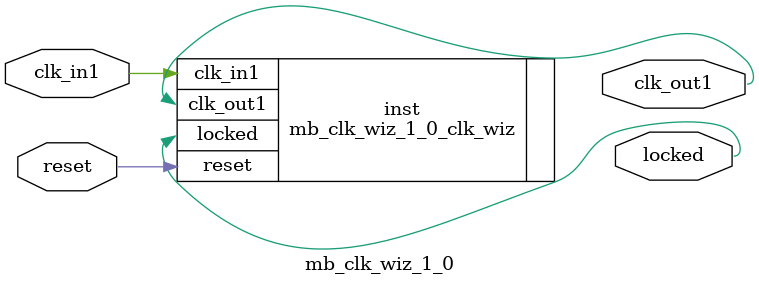
<source format=v>


`timescale 1ps/1ps

(* CORE_GENERATION_INFO = "mb_clk_wiz_1_0,clk_wiz_v6_0_1_0_0,{component_name=mb_clk_wiz_1_0,use_phase_alignment=true,use_min_o_jitter=false,use_max_i_jitter=false,use_dyn_phase_shift=false,use_inclk_switchover=false,use_dyn_reconfig=false,enable_axi=0,feedback_source=FDBK_AUTO,PRIMITIVE=MMCM,num_out_clk=1,clkin1_period=10.000,clkin2_period=10.000,use_power_down=false,use_reset=true,use_locked=true,use_inclk_stopped=false,feedback_type=SINGLE,CLOCK_MGR_TYPE=NA,manual_override=false}" *)

module mb_clk_wiz_1_0 
 (
  // Clock out ports
  output        clk_out1,
  // Status and control signals
  input         reset,
  output        locked,
 // Clock in ports
  input         clk_in1
 );

  mb_clk_wiz_1_0_clk_wiz inst
  (
  // Clock out ports  
  .clk_out1(clk_out1),
  // Status and control signals               
  .reset(reset), 
  .locked(locked),
 // Clock in ports
  .clk_in1(clk_in1)
  );

endmodule

</source>
